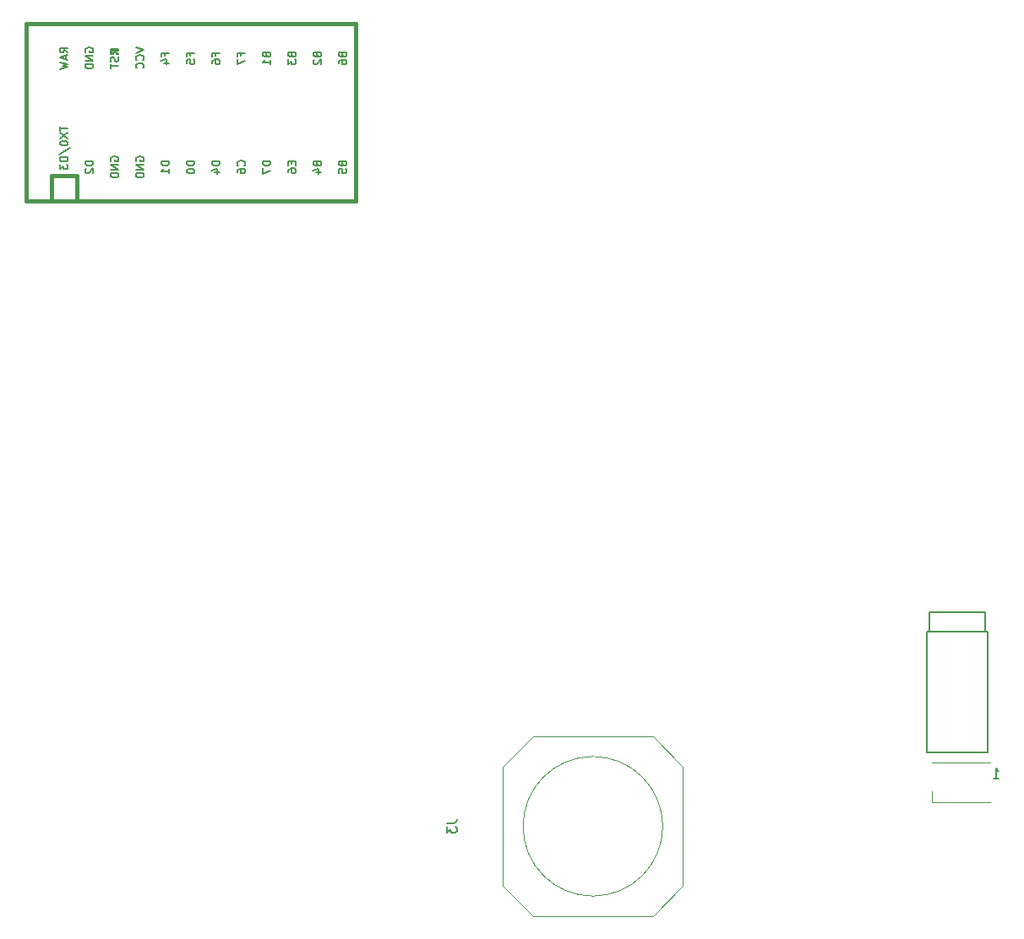
<source format=gbr>
G04 #@! TF.GenerationSoftware,KiCad,Pcbnew,5.1.6*
G04 #@! TF.CreationDate,2020-07-01T23:17:58-05:00*
G04 #@! TF.ProjectId,fissure,66697373-7572-4652-9e6b-696361645f70,rev?*
G04 #@! TF.SameCoordinates,Original*
G04 #@! TF.FileFunction,Legend,Bot*
G04 #@! TF.FilePolarity,Positive*
%FSLAX46Y46*%
G04 Gerber Fmt 4.6, Leading zero omitted, Abs format (unit mm)*
G04 Created by KiCad (PCBNEW 5.1.6) date 2020-07-01 23:17:58*
%MOMM*%
%LPD*%
G01*
G04 APERTURE LIST*
%ADD10C,0.381000*%
%ADD11C,0.150000*%
%ADD12C,0.120000*%
G04 APERTURE END LIST*
D10*
X48257000Y-55039000D02*
X48257000Y-57579000D01*
X45717000Y-39799000D02*
X45717000Y-57579000D01*
X45717000Y-57579000D02*
X78737000Y-57579000D01*
X78737000Y-57579000D02*
X78737000Y-39799000D01*
X78737000Y-39799000D02*
X45717000Y-39799000D01*
D11*
G36*
X54146030Y-42844365D02*
G01*
X54246030Y-42844365D01*
X54246030Y-42344365D01*
X54146030Y-42344365D01*
X54146030Y-42844365D01*
G37*
X54146030Y-42844365D02*
X54246030Y-42844365D01*
X54246030Y-42344365D01*
X54146030Y-42344365D01*
X54146030Y-42844365D01*
G36*
X54146030Y-42844365D02*
G01*
X54446030Y-42844365D01*
X54446030Y-42744365D01*
X54146030Y-42744365D01*
X54146030Y-42844365D01*
G37*
X54146030Y-42844365D02*
X54446030Y-42844365D01*
X54446030Y-42744365D01*
X54146030Y-42744365D01*
X54146030Y-42844365D01*
G36*
X54746030Y-42844365D02*
G01*
X54946030Y-42844365D01*
X54946030Y-42744365D01*
X54746030Y-42744365D01*
X54746030Y-42844365D01*
G37*
X54746030Y-42844365D02*
X54946030Y-42844365D01*
X54946030Y-42744365D01*
X54746030Y-42744365D01*
X54746030Y-42844365D01*
G36*
X54146030Y-42444365D02*
G01*
X54946030Y-42444365D01*
X54946030Y-42344365D01*
X54146030Y-42344365D01*
X54146030Y-42444365D01*
G37*
X54146030Y-42444365D02*
X54946030Y-42444365D01*
X54946030Y-42344365D01*
X54146030Y-42344365D01*
X54146030Y-42444365D01*
G36*
X54546030Y-42644365D02*
G01*
X54646030Y-42644365D01*
X54646030Y-42544365D01*
X54546030Y-42544365D01*
X54546030Y-42644365D01*
G37*
X54546030Y-42644365D02*
X54646030Y-42644365D01*
X54646030Y-42544365D01*
X54546030Y-42544365D01*
X54546030Y-42644365D01*
D10*
X48257000Y-55039000D02*
X50797000Y-55039000D01*
X50797000Y-55039000D02*
X50797000Y-57579000D01*
D12*
X109497000Y-120249000D02*
G75*
G03*
X109497000Y-120249000I-7000000J0D01*
G01*
X96497000Y-111249000D02*
X108497000Y-111249000D01*
X108497000Y-111249000D02*
X111497000Y-114249000D01*
X111497000Y-114249000D02*
X111497000Y-126249000D01*
X111497000Y-126249000D02*
X108497000Y-129249000D01*
X108497000Y-129249000D02*
X96497000Y-129249000D01*
X96497000Y-129249000D02*
X93497000Y-126249000D01*
X93497000Y-126249000D02*
X93497000Y-114249000D01*
X93497000Y-114249000D02*
X96497000Y-111249000D01*
D11*
X135947000Y-100749000D02*
X142047000Y-100749000D01*
X135947000Y-112849000D02*
X142047000Y-112849000D01*
X135947000Y-100749000D02*
X135947000Y-112849000D01*
X142047000Y-100749000D02*
X142047000Y-112849000D01*
X136197000Y-100749000D02*
X136197000Y-98749000D01*
X141797000Y-100749000D02*
X141797000Y-98749000D01*
X136197000Y-98749000D02*
X141797000Y-98749000D01*
D12*
X136447000Y-117799000D02*
X136447000Y-116724000D01*
X142347000Y-117799000D02*
X136447000Y-117799000D01*
X142347000Y-113899000D02*
X136447000Y-113899000D01*
D11*
X54910809Y-43115666D02*
X54948904Y-43229952D01*
X54948904Y-43420428D01*
X54910809Y-43496619D01*
X54872714Y-43534714D01*
X54796523Y-43572809D01*
X54720333Y-43572809D01*
X54644142Y-43534714D01*
X54606047Y-43496619D01*
X54567952Y-43420428D01*
X54529857Y-43268047D01*
X54491761Y-43191857D01*
X54453666Y-43153761D01*
X54377476Y-43115666D01*
X54301285Y-43115666D01*
X54225095Y-43153761D01*
X54187000Y-43191857D01*
X54148904Y-43268047D01*
X54148904Y-43458523D01*
X54187000Y-43572809D01*
X54148904Y-43801380D02*
X54148904Y-44258523D01*
X54948904Y-44029952D02*
X54148904Y-44029952D01*
X49088904Y-50070395D02*
X49088904Y-50527538D01*
X49888904Y-50298967D02*
X49088904Y-50298967D01*
X49088904Y-50718014D02*
X49888904Y-51251348D01*
X49088904Y-51251348D02*
X49888904Y-50718014D01*
X49088904Y-51708491D02*
X49088904Y-51784681D01*
X49127000Y-51860872D01*
X49165095Y-51898967D01*
X49241285Y-51937062D01*
X49393666Y-51975157D01*
X49584142Y-51975157D01*
X49736523Y-51937062D01*
X49812714Y-51898967D01*
X49850809Y-51860872D01*
X49888904Y-51784681D01*
X49888904Y-51708491D01*
X49850809Y-51632300D01*
X49812714Y-51594205D01*
X49736523Y-51556110D01*
X49584142Y-51518014D01*
X49393666Y-51518014D01*
X49241285Y-51556110D01*
X49165095Y-51594205D01*
X49127000Y-51632300D01*
X49088904Y-51708491D01*
X49050809Y-52889443D02*
X50079380Y-52203729D01*
X49888904Y-53156110D02*
X49088904Y-53156110D01*
X49088904Y-53346586D01*
X49127000Y-53460872D01*
X49203190Y-53537062D01*
X49279380Y-53575157D01*
X49431761Y-53613252D01*
X49546047Y-53613252D01*
X49698428Y-53575157D01*
X49774619Y-53537062D01*
X49850809Y-53460872D01*
X49888904Y-53346586D01*
X49888904Y-53156110D01*
X49088904Y-53879919D02*
X49088904Y-54375157D01*
X49393666Y-54108491D01*
X49393666Y-54222776D01*
X49431761Y-54298967D01*
X49469857Y-54337062D01*
X49546047Y-54375157D01*
X49736523Y-54375157D01*
X49812714Y-54337062D01*
X49850809Y-54298967D01*
X49888904Y-54222776D01*
X49888904Y-53994205D01*
X49850809Y-53918014D01*
X49812714Y-53879919D01*
X74869857Y-42904190D02*
X74907952Y-43018476D01*
X74946047Y-43056571D01*
X75022238Y-43094666D01*
X75136523Y-43094666D01*
X75212714Y-43056571D01*
X75250809Y-43018476D01*
X75288904Y-42942285D01*
X75288904Y-42637523D01*
X74488904Y-42637523D01*
X74488904Y-42904190D01*
X74527000Y-42980380D01*
X74565095Y-43018476D01*
X74641285Y-43056571D01*
X74717476Y-43056571D01*
X74793666Y-43018476D01*
X74831761Y-42980380D01*
X74869857Y-42904190D01*
X74869857Y-42637523D01*
X74565095Y-43399428D02*
X74527000Y-43437523D01*
X74488904Y-43513714D01*
X74488904Y-43704190D01*
X74527000Y-43780380D01*
X74565095Y-43818476D01*
X74641285Y-43856571D01*
X74717476Y-43856571D01*
X74831761Y-43818476D01*
X75288904Y-43361333D01*
X75288904Y-43856571D01*
X67249857Y-42961333D02*
X67249857Y-42694666D01*
X67668904Y-42694666D02*
X66868904Y-42694666D01*
X66868904Y-43075619D01*
X66868904Y-43304190D02*
X66868904Y-43837523D01*
X67668904Y-43494666D01*
X64709857Y-42961333D02*
X64709857Y-42694666D01*
X65128904Y-42694666D02*
X64328904Y-42694666D01*
X64328904Y-43075619D01*
X64328904Y-43723238D02*
X64328904Y-43570857D01*
X64367000Y-43494666D01*
X64405095Y-43456571D01*
X64519380Y-43380380D01*
X64671761Y-43342285D01*
X64976523Y-43342285D01*
X65052714Y-43380380D01*
X65090809Y-43418476D01*
X65128904Y-43494666D01*
X65128904Y-43647047D01*
X65090809Y-43723238D01*
X65052714Y-43761333D01*
X64976523Y-43799428D01*
X64786047Y-43799428D01*
X64709857Y-43761333D01*
X64671761Y-43723238D01*
X64633666Y-43647047D01*
X64633666Y-43494666D01*
X64671761Y-43418476D01*
X64709857Y-43380380D01*
X64786047Y-43342285D01*
X62169857Y-42961333D02*
X62169857Y-42694666D01*
X62588904Y-42694666D02*
X61788904Y-42694666D01*
X61788904Y-43075619D01*
X61788904Y-43761333D02*
X61788904Y-43380380D01*
X62169857Y-43342285D01*
X62131761Y-43380380D01*
X62093666Y-43456571D01*
X62093666Y-43647047D01*
X62131761Y-43723238D01*
X62169857Y-43761333D01*
X62246047Y-43799428D01*
X62436523Y-43799428D01*
X62512714Y-43761333D01*
X62550809Y-43723238D01*
X62588904Y-43647047D01*
X62588904Y-43456571D01*
X62550809Y-43380380D01*
X62512714Y-43342285D01*
X49888904Y-42675619D02*
X49507952Y-42408952D01*
X49888904Y-42218476D02*
X49088904Y-42218476D01*
X49088904Y-42523238D01*
X49127000Y-42599428D01*
X49165095Y-42637523D01*
X49241285Y-42675619D01*
X49355571Y-42675619D01*
X49431761Y-42637523D01*
X49469857Y-42599428D01*
X49507952Y-42523238D01*
X49507952Y-42218476D01*
X49660333Y-42980380D02*
X49660333Y-43361333D01*
X49888904Y-42904190D02*
X49088904Y-43170857D01*
X49888904Y-43437523D01*
X49088904Y-43628000D02*
X49888904Y-43818476D01*
X49317476Y-43970857D01*
X49888904Y-44123238D01*
X49088904Y-44313714D01*
X51667000Y-42618476D02*
X51628904Y-42542285D01*
X51628904Y-42428000D01*
X51667000Y-42313714D01*
X51743190Y-42237523D01*
X51819380Y-42199428D01*
X51971761Y-42161333D01*
X52086047Y-42161333D01*
X52238428Y-42199428D01*
X52314619Y-42237523D01*
X52390809Y-42313714D01*
X52428904Y-42428000D01*
X52428904Y-42504190D01*
X52390809Y-42618476D01*
X52352714Y-42656571D01*
X52086047Y-42656571D01*
X52086047Y-42504190D01*
X52428904Y-42999428D02*
X51628904Y-42999428D01*
X52428904Y-43456571D01*
X51628904Y-43456571D01*
X52428904Y-43837523D02*
X51628904Y-43837523D01*
X51628904Y-44028000D01*
X51667000Y-44142285D01*
X51743190Y-44218476D01*
X51819380Y-44256571D01*
X51971761Y-44294666D01*
X52086047Y-44294666D01*
X52238428Y-44256571D01*
X52314619Y-44218476D01*
X52390809Y-44142285D01*
X52428904Y-44028000D01*
X52428904Y-43837523D01*
X56708904Y-42161333D02*
X57508904Y-42428000D01*
X56708904Y-42694666D01*
X57432714Y-43418476D02*
X57470809Y-43380380D01*
X57508904Y-43266095D01*
X57508904Y-43189904D01*
X57470809Y-43075619D01*
X57394619Y-42999428D01*
X57318428Y-42961333D01*
X57166047Y-42923238D01*
X57051761Y-42923238D01*
X56899380Y-42961333D01*
X56823190Y-42999428D01*
X56747000Y-43075619D01*
X56708904Y-43189904D01*
X56708904Y-43266095D01*
X56747000Y-43380380D01*
X56785095Y-43418476D01*
X57432714Y-44218476D02*
X57470809Y-44180380D01*
X57508904Y-44066095D01*
X57508904Y-43989904D01*
X57470809Y-43875619D01*
X57394619Y-43799428D01*
X57318428Y-43761333D01*
X57166047Y-43723238D01*
X57051761Y-43723238D01*
X56899380Y-43761333D01*
X56823190Y-43799428D01*
X56747000Y-43875619D01*
X56708904Y-43989904D01*
X56708904Y-44066095D01*
X56747000Y-44180380D01*
X56785095Y-44218476D01*
X59629857Y-42961333D02*
X59629857Y-42694666D01*
X60048904Y-42694666D02*
X59248904Y-42694666D01*
X59248904Y-43075619D01*
X59515571Y-43723238D02*
X60048904Y-43723238D01*
X59210809Y-43532761D02*
X59782238Y-43342285D01*
X59782238Y-43837523D01*
X69789857Y-42904190D02*
X69827952Y-43018476D01*
X69866047Y-43056571D01*
X69942238Y-43094666D01*
X70056523Y-43094666D01*
X70132714Y-43056571D01*
X70170809Y-43018476D01*
X70208904Y-42942285D01*
X70208904Y-42637523D01*
X69408904Y-42637523D01*
X69408904Y-42904190D01*
X69447000Y-42980380D01*
X69485095Y-43018476D01*
X69561285Y-43056571D01*
X69637476Y-43056571D01*
X69713666Y-43018476D01*
X69751761Y-42980380D01*
X69789857Y-42904190D01*
X69789857Y-42637523D01*
X70208904Y-43856571D02*
X70208904Y-43399428D01*
X70208904Y-43628000D02*
X69408904Y-43628000D01*
X69523190Y-43551809D01*
X69599380Y-43475619D01*
X69637476Y-43399428D01*
X72329857Y-42904190D02*
X72367952Y-43018476D01*
X72406047Y-43056571D01*
X72482238Y-43094666D01*
X72596523Y-43094666D01*
X72672714Y-43056571D01*
X72710809Y-43018476D01*
X72748904Y-42942285D01*
X72748904Y-42637523D01*
X71948904Y-42637523D01*
X71948904Y-42904190D01*
X71987000Y-42980380D01*
X72025095Y-43018476D01*
X72101285Y-43056571D01*
X72177476Y-43056571D01*
X72253666Y-43018476D01*
X72291761Y-42980380D01*
X72329857Y-42904190D01*
X72329857Y-42637523D01*
X71948904Y-43361333D02*
X71948904Y-43856571D01*
X72253666Y-43589904D01*
X72253666Y-43704190D01*
X72291761Y-43780380D01*
X72329857Y-43818476D01*
X72406047Y-43856571D01*
X72596523Y-43856571D01*
X72672714Y-43818476D01*
X72710809Y-43780380D01*
X72748904Y-43704190D01*
X72748904Y-43475619D01*
X72710809Y-43399428D01*
X72672714Y-43361333D01*
X77409857Y-42904190D02*
X77447952Y-43018476D01*
X77486047Y-43056571D01*
X77562238Y-43094666D01*
X77676523Y-43094666D01*
X77752714Y-43056571D01*
X77790809Y-43018476D01*
X77828904Y-42942285D01*
X77828904Y-42637523D01*
X77028904Y-42637523D01*
X77028904Y-42904190D01*
X77067000Y-42980380D01*
X77105095Y-43018476D01*
X77181285Y-43056571D01*
X77257476Y-43056571D01*
X77333666Y-43018476D01*
X77371761Y-42980380D01*
X77409857Y-42904190D01*
X77409857Y-42637523D01*
X77028904Y-43780380D02*
X77028904Y-43628000D01*
X77067000Y-43551809D01*
X77105095Y-43513714D01*
X77219380Y-43437523D01*
X77371761Y-43399428D01*
X77676523Y-43399428D01*
X77752714Y-43437523D01*
X77790809Y-43475619D01*
X77828904Y-43551809D01*
X77828904Y-43704190D01*
X77790809Y-43780380D01*
X77752714Y-43818476D01*
X77676523Y-43856571D01*
X77486047Y-43856571D01*
X77409857Y-43818476D01*
X77371761Y-43780380D01*
X77333666Y-43704190D01*
X77333666Y-43551809D01*
X77371761Y-43475619D01*
X77409857Y-43437523D01*
X77486047Y-43399428D01*
X77409857Y-53826190D02*
X77447952Y-53940476D01*
X77486047Y-53978571D01*
X77562238Y-54016666D01*
X77676523Y-54016666D01*
X77752714Y-53978571D01*
X77790809Y-53940476D01*
X77828904Y-53864285D01*
X77828904Y-53559523D01*
X77028904Y-53559523D01*
X77028904Y-53826190D01*
X77067000Y-53902380D01*
X77105095Y-53940476D01*
X77181285Y-53978571D01*
X77257476Y-53978571D01*
X77333666Y-53940476D01*
X77371761Y-53902380D01*
X77409857Y-53826190D01*
X77409857Y-53559523D01*
X77028904Y-54740476D02*
X77028904Y-54359523D01*
X77409857Y-54321428D01*
X77371761Y-54359523D01*
X77333666Y-54435714D01*
X77333666Y-54626190D01*
X77371761Y-54702380D01*
X77409857Y-54740476D01*
X77486047Y-54778571D01*
X77676523Y-54778571D01*
X77752714Y-54740476D01*
X77790809Y-54702380D01*
X77828904Y-54626190D01*
X77828904Y-54435714D01*
X77790809Y-54359523D01*
X77752714Y-54321428D01*
X74869857Y-53826190D02*
X74907952Y-53940476D01*
X74946047Y-53978571D01*
X75022238Y-54016666D01*
X75136523Y-54016666D01*
X75212714Y-53978571D01*
X75250809Y-53940476D01*
X75288904Y-53864285D01*
X75288904Y-53559523D01*
X74488904Y-53559523D01*
X74488904Y-53826190D01*
X74527000Y-53902380D01*
X74565095Y-53940476D01*
X74641285Y-53978571D01*
X74717476Y-53978571D01*
X74793666Y-53940476D01*
X74831761Y-53902380D01*
X74869857Y-53826190D01*
X74869857Y-53559523D01*
X74755571Y-54702380D02*
X75288904Y-54702380D01*
X74450809Y-54511904D02*
X75022238Y-54321428D01*
X75022238Y-54816666D01*
X72329857Y-53597619D02*
X72329857Y-53864285D01*
X72748904Y-53978571D02*
X72748904Y-53597619D01*
X71948904Y-53597619D01*
X71948904Y-53978571D01*
X71948904Y-54664285D02*
X71948904Y-54511904D01*
X71987000Y-54435714D01*
X72025095Y-54397619D01*
X72139380Y-54321428D01*
X72291761Y-54283333D01*
X72596523Y-54283333D01*
X72672714Y-54321428D01*
X72710809Y-54359523D01*
X72748904Y-54435714D01*
X72748904Y-54588095D01*
X72710809Y-54664285D01*
X72672714Y-54702380D01*
X72596523Y-54740476D01*
X72406047Y-54740476D01*
X72329857Y-54702380D01*
X72291761Y-54664285D01*
X72253666Y-54588095D01*
X72253666Y-54435714D01*
X72291761Y-54359523D01*
X72329857Y-54321428D01*
X72406047Y-54283333D01*
X70208904Y-53559523D02*
X69408904Y-53559523D01*
X69408904Y-53750000D01*
X69447000Y-53864285D01*
X69523190Y-53940476D01*
X69599380Y-53978571D01*
X69751761Y-54016666D01*
X69866047Y-54016666D01*
X70018428Y-53978571D01*
X70094619Y-53940476D01*
X70170809Y-53864285D01*
X70208904Y-53750000D01*
X70208904Y-53559523D01*
X69408904Y-54283333D02*
X69408904Y-54816666D01*
X70208904Y-54473809D01*
X67592714Y-54016666D02*
X67630809Y-53978571D01*
X67668904Y-53864285D01*
X67668904Y-53788095D01*
X67630809Y-53673809D01*
X67554619Y-53597619D01*
X67478428Y-53559523D01*
X67326047Y-53521428D01*
X67211761Y-53521428D01*
X67059380Y-53559523D01*
X66983190Y-53597619D01*
X66907000Y-53673809D01*
X66868904Y-53788095D01*
X66868904Y-53864285D01*
X66907000Y-53978571D01*
X66945095Y-54016666D01*
X66868904Y-54702380D02*
X66868904Y-54550000D01*
X66907000Y-54473809D01*
X66945095Y-54435714D01*
X67059380Y-54359523D01*
X67211761Y-54321428D01*
X67516523Y-54321428D01*
X67592714Y-54359523D01*
X67630809Y-54397619D01*
X67668904Y-54473809D01*
X67668904Y-54626190D01*
X67630809Y-54702380D01*
X67592714Y-54740476D01*
X67516523Y-54778571D01*
X67326047Y-54778571D01*
X67249857Y-54740476D01*
X67211761Y-54702380D01*
X67173666Y-54626190D01*
X67173666Y-54473809D01*
X67211761Y-54397619D01*
X67249857Y-54359523D01*
X67326047Y-54321428D01*
X65128904Y-53559523D02*
X64328904Y-53559523D01*
X64328904Y-53750000D01*
X64367000Y-53864285D01*
X64443190Y-53940476D01*
X64519380Y-53978571D01*
X64671761Y-54016666D01*
X64786047Y-54016666D01*
X64938428Y-53978571D01*
X65014619Y-53940476D01*
X65090809Y-53864285D01*
X65128904Y-53750000D01*
X65128904Y-53559523D01*
X64595571Y-54702380D02*
X65128904Y-54702380D01*
X64290809Y-54511904D02*
X64862238Y-54321428D01*
X64862238Y-54816666D01*
X54207000Y-53540476D02*
X54168904Y-53464285D01*
X54168904Y-53350000D01*
X54207000Y-53235714D01*
X54283190Y-53159523D01*
X54359380Y-53121428D01*
X54511761Y-53083333D01*
X54626047Y-53083333D01*
X54778428Y-53121428D01*
X54854619Y-53159523D01*
X54930809Y-53235714D01*
X54968904Y-53350000D01*
X54968904Y-53426190D01*
X54930809Y-53540476D01*
X54892714Y-53578571D01*
X54626047Y-53578571D01*
X54626047Y-53426190D01*
X54968904Y-53921428D02*
X54168904Y-53921428D01*
X54968904Y-54378571D01*
X54168904Y-54378571D01*
X54968904Y-54759523D02*
X54168904Y-54759523D01*
X54168904Y-54950000D01*
X54207000Y-55064285D01*
X54283190Y-55140476D01*
X54359380Y-55178571D01*
X54511761Y-55216666D01*
X54626047Y-55216666D01*
X54778428Y-55178571D01*
X54854619Y-55140476D01*
X54930809Y-55064285D01*
X54968904Y-54950000D01*
X54968904Y-54759523D01*
X56747000Y-53540476D02*
X56708904Y-53464285D01*
X56708904Y-53350000D01*
X56747000Y-53235714D01*
X56823190Y-53159523D01*
X56899380Y-53121428D01*
X57051761Y-53083333D01*
X57166047Y-53083333D01*
X57318428Y-53121428D01*
X57394619Y-53159523D01*
X57470809Y-53235714D01*
X57508904Y-53350000D01*
X57508904Y-53426190D01*
X57470809Y-53540476D01*
X57432714Y-53578571D01*
X57166047Y-53578571D01*
X57166047Y-53426190D01*
X57508904Y-53921428D02*
X56708904Y-53921428D01*
X57508904Y-54378571D01*
X56708904Y-54378571D01*
X57508904Y-54759523D02*
X56708904Y-54759523D01*
X56708904Y-54950000D01*
X56747000Y-55064285D01*
X56823190Y-55140476D01*
X56899380Y-55178571D01*
X57051761Y-55216666D01*
X57166047Y-55216666D01*
X57318428Y-55178571D01*
X57394619Y-55140476D01*
X57470809Y-55064285D01*
X57508904Y-54950000D01*
X57508904Y-54759523D01*
X60048904Y-53559523D02*
X59248904Y-53559523D01*
X59248904Y-53750000D01*
X59287000Y-53864285D01*
X59363190Y-53940476D01*
X59439380Y-53978571D01*
X59591761Y-54016666D01*
X59706047Y-54016666D01*
X59858428Y-53978571D01*
X59934619Y-53940476D01*
X60010809Y-53864285D01*
X60048904Y-53750000D01*
X60048904Y-53559523D01*
X60048904Y-54778571D02*
X60048904Y-54321428D01*
X60048904Y-54550000D02*
X59248904Y-54550000D01*
X59363190Y-54473809D01*
X59439380Y-54397619D01*
X59477476Y-54321428D01*
X62588904Y-53559523D02*
X61788904Y-53559523D01*
X61788904Y-53750000D01*
X61827000Y-53864285D01*
X61903190Y-53940476D01*
X61979380Y-53978571D01*
X62131761Y-54016666D01*
X62246047Y-54016666D01*
X62398428Y-53978571D01*
X62474619Y-53940476D01*
X62550809Y-53864285D01*
X62588904Y-53750000D01*
X62588904Y-53559523D01*
X61788904Y-54511904D02*
X61788904Y-54588095D01*
X61827000Y-54664285D01*
X61865095Y-54702380D01*
X61941285Y-54740476D01*
X62093666Y-54778571D01*
X62284142Y-54778571D01*
X62436523Y-54740476D01*
X62512714Y-54702380D01*
X62550809Y-54664285D01*
X62588904Y-54588095D01*
X62588904Y-54511904D01*
X62550809Y-54435714D01*
X62512714Y-54397619D01*
X62436523Y-54359523D01*
X62284142Y-54321428D01*
X62093666Y-54321428D01*
X61941285Y-54359523D01*
X61865095Y-54397619D01*
X61827000Y-54435714D01*
X61788904Y-54511904D01*
X52428904Y-53559523D02*
X51628904Y-53559523D01*
X51628904Y-53750000D01*
X51667000Y-53864285D01*
X51743190Y-53940476D01*
X51819380Y-53978571D01*
X51971761Y-54016666D01*
X52086047Y-54016666D01*
X52238428Y-53978571D01*
X52314619Y-53940476D01*
X52390809Y-53864285D01*
X52428904Y-53750000D01*
X52428904Y-53559523D01*
X51705095Y-54321428D02*
X51667000Y-54359523D01*
X51628904Y-54435714D01*
X51628904Y-54626190D01*
X51667000Y-54702380D01*
X51705095Y-54740476D01*
X51781285Y-54778571D01*
X51857476Y-54778571D01*
X51971761Y-54740476D01*
X52428904Y-54283333D01*
X52428904Y-54778571D01*
X87852380Y-119915666D02*
X88566666Y-119915666D01*
X88709523Y-119868047D01*
X88804761Y-119772809D01*
X88852380Y-119629952D01*
X88852380Y-119534714D01*
X87852380Y-120296619D02*
X87852380Y-120915666D01*
X88233333Y-120582333D01*
X88233333Y-120725190D01*
X88280952Y-120820428D01*
X88328571Y-120868047D01*
X88423809Y-120915666D01*
X88661904Y-120915666D01*
X88757142Y-120868047D01*
X88804761Y-120820428D01*
X88852380Y-120725190D01*
X88852380Y-120439476D01*
X88804761Y-120344238D01*
X88757142Y-120296619D01*
X142611285Y-115426380D02*
X143182714Y-115426380D01*
X142897000Y-115426380D02*
X142897000Y-114426380D01*
X142992238Y-114569238D01*
X143087476Y-114664476D01*
X143182714Y-114712095D01*
M02*

</source>
